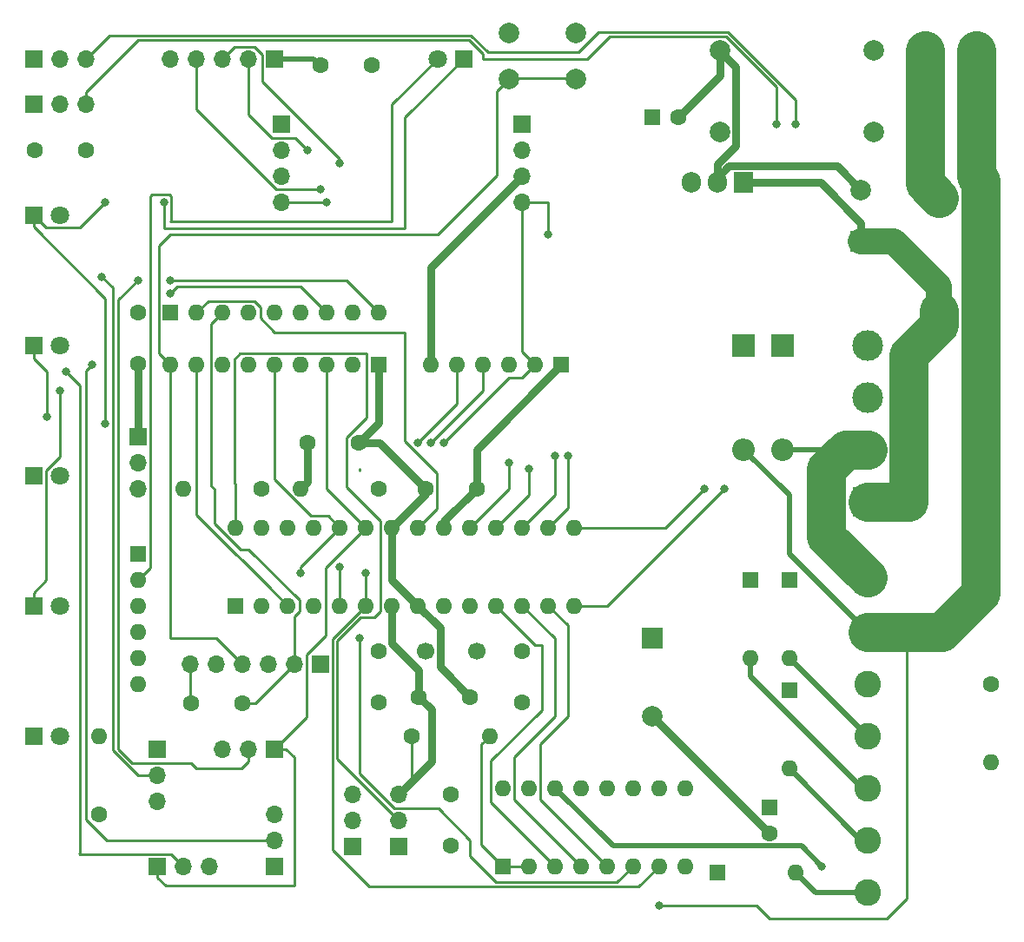
<source format=gbr>
G04 #@! TF.GenerationSoftware,KiCad,Pcbnew,(5.1.9)-1*
G04 #@! TF.CreationDate,2021-03-25T16:08:41-07:00*
G04 #@! TF.ProjectId,DSAMKVIB,4453414d-4b56-4494-922e-6b696361645f,rev?*
G04 #@! TF.SameCoordinates,Original*
G04 #@! TF.FileFunction,Copper,L2,Bot*
G04 #@! TF.FilePolarity,Positive*
%FSLAX46Y46*%
G04 Gerber Fmt 4.6, Leading zero omitted, Abs format (unit mm)*
G04 Created by KiCad (PCBNEW (5.1.9)-1) date 2021-03-25 16:08:41*
%MOMM*%
%LPD*%
G01*
G04 APERTURE LIST*
G04 #@! TA.AperFunction,ComponentPad*
%ADD10C,1.800000*%
G04 #@! TD*
G04 #@! TA.AperFunction,ComponentPad*
%ADD11R,1.800000X1.800000*%
G04 #@! TD*
G04 #@! TA.AperFunction,ComponentPad*
%ADD12R,1.700000X1.700000*%
G04 #@! TD*
G04 #@! TA.AperFunction,ComponentPad*
%ADD13O,1.700000X1.700000*%
G04 #@! TD*
G04 #@! TA.AperFunction,ComponentPad*
%ADD14O,1.600000X1.600000*%
G04 #@! TD*
G04 #@! TA.AperFunction,ComponentPad*
%ADD15C,1.600000*%
G04 #@! TD*
G04 #@! TA.AperFunction,ComponentPad*
%ADD16R,1.600000X1.600000*%
G04 #@! TD*
G04 #@! TA.AperFunction,ComponentPad*
%ADD17C,2.000000*%
G04 #@! TD*
G04 #@! TA.AperFunction,ComponentPad*
%ADD18R,2.000000X2.000000*%
G04 #@! TD*
G04 #@! TA.AperFunction,ComponentPad*
%ADD19C,2.600000*%
G04 #@! TD*
G04 #@! TA.AperFunction,ComponentPad*
%ADD20R,2.600000X2.600000*%
G04 #@! TD*
G04 #@! TA.AperFunction,ComponentPad*
%ADD21C,1.700000*%
G04 #@! TD*
G04 #@! TA.AperFunction,ComponentPad*
%ADD22R,2.200000X2.200000*%
G04 #@! TD*
G04 #@! TA.AperFunction,ComponentPad*
%ADD23O,2.200000X2.200000*%
G04 #@! TD*
G04 #@! TA.AperFunction,ComponentPad*
%ADD24R,1.905000X2.000000*%
G04 #@! TD*
G04 #@! TA.AperFunction,ComponentPad*
%ADD25O,1.905000X2.000000*%
G04 #@! TD*
G04 #@! TA.AperFunction,ComponentPad*
%ADD26C,3.000000*%
G04 #@! TD*
G04 #@! TA.AperFunction,ComponentPad*
%ADD27R,3.000000X3.000000*%
G04 #@! TD*
G04 #@! TA.AperFunction,ViaPad*
%ADD28C,0.800000*%
G04 #@! TD*
G04 #@! TA.AperFunction,Conductor*
%ADD29C,0.762000*%
G04 #@! TD*
G04 #@! TA.AperFunction,Conductor*
%ADD30C,3.810000*%
G04 #@! TD*
G04 #@! TA.AperFunction,Conductor*
%ADD31C,0.508000*%
G04 #@! TD*
G04 #@! TA.AperFunction,Conductor*
%ADD32C,2.540000*%
G04 #@! TD*
G04 #@! TA.AperFunction,Conductor*
%ADD33C,0.254000*%
G04 #@! TD*
G04 #@! TA.AperFunction,Conductor*
%ADD34C,0.250000*%
G04 #@! TD*
G04 APERTURE END LIST*
D10*
X102870000Y-84455000D03*
D11*
X100330000Y-84455000D03*
D12*
X110490000Y-93345000D03*
D13*
X110490000Y-95885000D03*
X110490000Y-98425000D03*
D14*
X144780000Y-122555000D03*
D15*
X137160000Y-122555000D03*
D13*
X147955000Y-70485000D03*
X147955000Y-67945000D03*
X147955000Y-65405000D03*
D12*
X147955000Y-62865000D03*
D13*
X124460000Y-70485000D03*
X124460000Y-67945000D03*
X124460000Y-65405000D03*
D12*
X124460000Y-62865000D03*
D16*
X110490000Y-104775000D03*
D14*
X110490000Y-107315000D03*
X110490000Y-109855000D03*
X110490000Y-112395000D03*
X110490000Y-114935000D03*
X110490000Y-117475000D03*
X193675000Y-125095000D03*
D15*
X193675000Y-117475000D03*
D14*
X113665000Y-86360000D03*
X116205000Y-86360000D03*
X118745000Y-86360000D03*
X121285000Y-86360000D03*
X123825000Y-86360000D03*
X126365000Y-86360000D03*
X128905000Y-86360000D03*
X131445000Y-86360000D03*
D16*
X133985000Y-86360000D03*
D15*
X132000000Y-93980000D03*
X127000000Y-93980000D03*
D17*
X160655000Y-120630000D03*
D18*
X160655000Y-113030000D03*
D16*
X120015000Y-109855000D03*
D14*
X153035000Y-102235000D03*
X122555000Y-109855000D03*
X150495000Y-102235000D03*
X125095000Y-109855000D03*
X147955000Y-102235000D03*
X127635000Y-109855000D03*
X145415000Y-102235000D03*
X130175000Y-109855000D03*
X142875000Y-102235000D03*
X132715000Y-109855000D03*
X140335000Y-102235000D03*
X135255000Y-109855000D03*
X137795000Y-102235000D03*
X137795000Y-109855000D03*
X135255000Y-102235000D03*
X140335000Y-109855000D03*
X132715000Y-102235000D03*
X142875000Y-109855000D03*
X130175000Y-102235000D03*
X145415000Y-109855000D03*
X127635000Y-102235000D03*
X147955000Y-109855000D03*
X125095000Y-102235000D03*
X150495000Y-109855000D03*
X122555000Y-102235000D03*
X153035000Y-109855000D03*
X120015000Y-102235000D03*
D19*
X181610000Y-137795000D03*
X181610000Y-132715000D03*
X181610000Y-127635000D03*
X181610000Y-122555000D03*
X181610000Y-117475000D03*
X181610000Y-112395000D03*
D20*
X181610000Y-107315000D03*
D14*
X126365000Y-98425000D03*
D15*
X133985000Y-98425000D03*
D14*
X139065000Y-86360000D03*
X141605000Y-86360000D03*
X144145000Y-86360000D03*
X146685000Y-86360000D03*
X149225000Y-86360000D03*
D16*
X151765000Y-86360000D03*
D14*
X133985000Y-81280000D03*
X131445000Y-81280000D03*
X128905000Y-81280000D03*
X126365000Y-81280000D03*
X123825000Y-81280000D03*
X121285000Y-81280000D03*
X118745000Y-81280000D03*
X116205000Y-81280000D03*
D16*
X113665000Y-81280000D03*
D14*
X170180000Y-114935000D03*
D16*
X170180000Y-107315000D03*
D14*
X173990000Y-114935000D03*
D16*
X173990000Y-107315000D03*
D15*
X115650000Y-119380000D03*
X120650000Y-119380000D03*
X133270000Y-57150000D03*
X128270000Y-57150000D03*
D13*
X123825000Y-130175000D03*
X123825000Y-132715000D03*
D12*
X123825000Y-135255000D03*
D13*
X117475000Y-135255000D03*
X114935000Y-135255000D03*
D12*
X112395000Y-135255000D03*
D13*
X112395000Y-128905000D03*
X112395000Y-126365000D03*
D12*
X112395000Y-123825000D03*
D13*
X118745000Y-123825000D03*
X121285000Y-123825000D03*
D12*
X123825000Y-123825000D03*
D13*
X135890000Y-128270000D03*
X135890000Y-130810000D03*
D12*
X135890000Y-133350000D03*
D13*
X131445000Y-128270000D03*
X131445000Y-130810000D03*
D12*
X131445000Y-133350000D03*
D13*
X105410000Y-60960000D03*
X102870000Y-60960000D03*
D12*
X100330000Y-60960000D03*
D13*
X105410000Y-56515000D03*
X102870000Y-56515000D03*
D12*
X100330000Y-56515000D03*
D21*
X143510000Y-114300000D03*
X138510000Y-114300000D03*
D16*
X146050000Y-135255000D03*
D14*
X163830000Y-127635000D03*
X148590000Y-135255000D03*
X161290000Y-127635000D03*
X151130000Y-135255000D03*
X158750000Y-127635000D03*
X153670000Y-135255000D03*
X156210000Y-127635000D03*
X156210000Y-135255000D03*
X153670000Y-127635000D03*
X158750000Y-135255000D03*
X151130000Y-127635000D03*
X161290000Y-135255000D03*
X148590000Y-127635000D03*
X163830000Y-135255000D03*
X146050000Y-127635000D03*
D16*
X172085000Y-129540000D03*
D15*
X172085000Y-132040000D03*
D17*
X153185000Y-53975000D03*
X153185000Y-58475000D03*
X146685000Y-53975000D03*
X146685000Y-58475000D03*
D15*
X147955000Y-119300000D03*
X147955000Y-114300000D03*
X133985000Y-114300000D03*
X133985000Y-119300000D03*
D18*
X180975000Y-74295000D03*
D17*
X180975000Y-69295000D03*
D15*
X163155000Y-62230000D03*
D16*
X160655000Y-62230000D03*
D15*
X143510000Y-98425000D03*
X138510000Y-98425000D03*
X137875000Y-118745000D03*
X142875000Y-118745000D03*
D11*
X100330000Y-71755000D03*
D10*
X102870000Y-71755000D03*
X102870000Y-97155000D03*
D11*
X100330000Y-97155000D03*
X100330000Y-109855000D03*
D10*
X102870000Y-109855000D03*
D11*
X100330000Y-122555000D03*
D10*
X102870000Y-122555000D03*
D22*
X169545000Y-84455000D03*
D23*
X169545000Y-94615000D03*
X173355000Y-94615000D03*
D22*
X173355000Y-84455000D03*
D14*
X174625000Y-135890000D03*
D16*
X167005000Y-135890000D03*
X173990000Y-118110000D03*
D14*
X173990000Y-125730000D03*
D12*
X123825000Y-56515000D03*
D13*
X121285000Y-56515000D03*
X118745000Y-56515000D03*
X116205000Y-56515000D03*
X113665000Y-56515000D03*
D17*
X167205000Y-55690000D03*
X167205000Y-63690000D03*
X182205000Y-55690000D03*
X182205000Y-63690000D03*
X187205000Y-55690000D03*
X187205000Y-63690000D03*
X192205000Y-55690000D03*
X192205000Y-63690000D03*
D15*
X122555000Y-98425000D03*
D14*
X114935000Y-98425000D03*
X106680000Y-122555000D03*
D15*
X106680000Y-130175000D03*
D24*
X169545000Y-68580000D03*
D25*
X167005000Y-68580000D03*
X164465000Y-68580000D03*
D15*
X110490000Y-81280000D03*
X110490000Y-86280000D03*
X105410000Y-65405000D03*
X100410000Y-65405000D03*
X140970000Y-133270000D03*
X140970000Y-128270000D03*
D12*
X128270000Y-115570000D03*
D13*
X125730000Y-115570000D03*
X123190000Y-115570000D03*
X120650000Y-115570000D03*
X118110000Y-115570000D03*
X115570000Y-115570000D03*
D26*
X181610000Y-94615000D03*
X181610000Y-89535000D03*
D27*
X181610000Y-99695000D03*
D26*
X181610000Y-84455000D03*
D11*
X142240000Y-56515000D03*
D10*
X139700000Y-56515000D03*
D17*
X188595000Y-70065000D03*
X188595000Y-81065000D03*
D28*
X101600000Y-91440000D03*
X148590000Y-96520000D03*
X151130000Y-95250000D03*
X102870000Y-88900000D03*
X102870000Y-88900000D03*
X152400000Y-95250000D03*
X161290000Y-139065000D03*
X128270000Y-69215000D03*
X127000000Y-65405000D03*
X126365000Y-106680000D03*
X177165000Y-135255000D03*
X174625000Y-62865000D03*
X167640000Y-98425000D03*
X172720000Y-62865000D03*
X165735000Y-98425000D03*
X130175000Y-106045000D03*
X132080000Y-113030000D03*
X132715000Y-106680000D03*
X107315000Y-92075000D03*
X146685000Y-95885000D03*
X107315000Y-70485000D03*
X113030000Y-70485000D03*
X113665000Y-78105000D03*
X110490000Y-78105000D03*
X112395000Y-126365000D03*
X106997500Y-77787500D03*
X113665000Y-79375000D03*
X103505000Y-86995000D03*
X106045000Y-86360000D03*
X130175000Y-66675000D03*
X137795000Y-93980000D03*
X139065000Y-93980000D03*
X128905000Y-70485000D03*
X150495000Y-73660000D03*
X140335000Y-93980000D03*
D29*
X168127699Y-66998999D02*
X167005000Y-68121698D01*
X167005000Y-68121698D02*
X167005000Y-68580000D01*
X178678999Y-66998999D02*
X168127699Y-66998999D01*
X180975000Y-69295000D02*
X178678999Y-66998999D01*
X168204999Y-56689999D02*
X167205000Y-55690000D01*
X168786001Y-65036999D02*
X168786001Y-57271001D01*
X167005000Y-66818000D02*
X168786001Y-65036999D01*
X168786001Y-57271001D02*
X168204999Y-56689999D01*
X167005000Y-68580000D02*
X167005000Y-66818000D01*
X167205000Y-58180000D02*
X163155000Y-62230000D01*
X167205000Y-55690000D02*
X167205000Y-58180000D01*
D30*
X177599990Y-103074990D02*
X181610000Y-107085000D01*
X179488680Y-94615000D02*
X177599990Y-96503690D01*
X177599990Y-96503690D02*
X177599990Y-103074990D01*
X181610000Y-94615000D02*
X179488680Y-94615000D01*
D31*
X181610000Y-94615000D02*
X173355000Y-94615000D01*
D29*
X172065000Y-132040000D02*
X172085000Y-132040000D01*
X160655000Y-120630000D02*
X172065000Y-132040000D01*
X135255000Y-107315000D02*
X137795000Y-109855000D01*
X135255000Y-102235000D02*
X135255000Y-107315000D01*
X139941001Y-115811001D02*
X142875000Y-118745000D01*
X139941001Y-112001001D02*
X139941001Y-115811001D01*
X137795000Y-109855000D02*
X139941001Y-112001001D01*
X138510000Y-98980000D02*
X135255000Y-102235000D01*
X138510000Y-98425000D02*
X138510000Y-98980000D01*
X134065000Y-93980000D02*
X138510000Y-98425000D01*
X132000000Y-93980000D02*
X134065000Y-93980000D01*
X133985000Y-91995000D02*
X132000000Y-93980000D01*
X133985000Y-86360000D02*
X133985000Y-91995000D01*
X139065000Y-76835000D02*
X147955000Y-67945000D01*
X139065000Y-86360000D02*
X139065000Y-76835000D01*
X110490000Y-86280000D02*
X110490000Y-93345000D01*
D30*
X181610000Y-99695000D02*
X185650000Y-99695000D01*
D29*
X180975000Y-72533000D02*
X180975000Y-74295000D01*
X177022000Y-68580000D02*
X180975000Y-72533000D01*
X169545000Y-68580000D02*
X177022000Y-68580000D01*
D32*
X180975000Y-74295000D02*
X184150000Y-74295000D01*
D30*
X188595000Y-82479213D02*
X185650000Y-85424213D01*
X185650000Y-85424213D02*
X185650000Y-99695000D01*
X188595000Y-81065000D02*
X188595000Y-82479213D01*
D32*
X188595000Y-78740000D02*
X184150000Y-74295000D01*
X188595000Y-81065000D02*
X188595000Y-78740000D01*
D31*
X127635000Y-56515000D02*
X128270000Y-57150000D01*
X123825000Y-56515000D02*
X127635000Y-56515000D01*
D29*
X137875000Y-116146118D02*
X137875000Y-118745000D01*
X135255000Y-113526118D02*
X137875000Y-116146118D01*
X135255000Y-109855000D02*
X135255000Y-113526118D01*
X140335000Y-101600000D02*
X143510000Y-98425000D01*
X140335000Y-102235000D02*
X140335000Y-101600000D01*
X143510000Y-94615000D02*
X151765000Y-86360000D01*
X143510000Y-98425000D02*
X143510000Y-94615000D01*
X139096001Y-125063999D02*
X135890000Y-128270000D01*
X139096001Y-119966001D02*
X139096001Y-125063999D01*
X137875000Y-118745000D02*
X139096001Y-119966001D01*
D33*
X137160000Y-127000000D02*
X135890000Y-128270000D01*
X137160000Y-122555000D02*
X137160000Y-127000000D01*
D29*
X127000000Y-97790000D02*
X126365000Y-98425000D01*
X127000000Y-93980000D02*
X127000000Y-97790000D01*
D34*
X101600000Y-91440000D02*
X101600000Y-86995000D01*
X101600000Y-86995000D02*
X100330000Y-85725000D01*
X100330000Y-85725000D02*
X100330000Y-84455000D01*
D33*
X148590000Y-99060000D02*
X145415000Y-102235000D01*
X148590000Y-96520000D02*
X148590000Y-99060000D01*
X151130000Y-99060000D02*
X147955000Y-102235000D01*
X151130000Y-95250000D02*
X151130000Y-99060000D01*
X101557001Y-96652037D02*
X101557001Y-107357999D01*
X102870000Y-95339038D02*
X101557001Y-96652037D01*
X101557001Y-107357999D02*
X100330000Y-108585000D01*
X100330000Y-108585000D02*
X100330000Y-109855000D01*
X102870000Y-95339038D02*
X102870000Y-92075000D01*
X102870000Y-92075000D02*
X102870000Y-88900000D01*
X102870000Y-88900000D02*
X102870000Y-88900000D01*
X102870000Y-88900000D02*
X102870000Y-88900000D01*
X150495000Y-102235000D02*
X152400000Y-100330000D01*
X152400000Y-100330000D02*
X152400000Y-95250000D01*
X152400000Y-95250000D02*
X152400000Y-95250000D01*
D30*
X192205000Y-55690000D02*
X192205000Y-63690000D01*
X192605009Y-68403999D02*
X192605009Y-108601311D01*
X192205000Y-68003990D02*
X192605009Y-68403999D01*
X192205000Y-63690000D02*
X192205000Y-68003990D01*
X192605009Y-108601311D02*
X188811320Y-112395000D01*
D33*
X180501002Y-140335000D02*
X183515000Y-140335000D01*
X183515000Y-140335000D02*
X185420000Y-138430000D01*
X185420000Y-138430000D02*
X185420000Y-112395000D01*
D30*
X185420000Y-112395000D02*
X181610000Y-112395000D01*
X188811320Y-112395000D02*
X185420000Y-112395000D01*
D31*
X181610000Y-112395000D02*
X173990000Y-104775000D01*
X173990000Y-99060000D02*
X169545000Y-94615000D01*
X173990000Y-104775000D02*
X173990000Y-99060000D01*
D33*
X180501002Y-140335000D02*
X172085000Y-140335000D01*
X172085000Y-140335000D02*
X170815000Y-139065000D01*
X170815000Y-139065000D02*
X161290000Y-139065000D01*
X161290000Y-139065000D02*
X161290000Y-139065000D01*
D31*
X176530000Y-137795000D02*
X174625000Y-135890000D01*
X181610000Y-137795000D02*
X176530000Y-137795000D01*
X180975000Y-132715000D02*
X181610000Y-132715000D01*
X173990000Y-125730000D02*
X180975000Y-132715000D01*
D30*
X187205000Y-55690000D02*
X187205000Y-63690000D01*
X187205000Y-68675000D02*
X188595000Y-70065000D01*
X187205000Y-63690000D02*
X187205000Y-68675000D01*
D33*
X124929000Y-123825000D02*
X123825000Y-123825000D01*
X112395000Y-135255000D02*
X112395000Y-136359000D01*
X125730000Y-124626000D02*
X124929000Y-123825000D01*
X112395000Y-136359000D02*
X113196000Y-137160000D01*
X113196000Y-137160000D02*
X125730000Y-137160000D01*
X125730000Y-137160000D02*
X125730000Y-124626000D01*
X126907001Y-120742999D02*
X123825000Y-123825000D01*
X126907001Y-114644397D02*
X126907001Y-120742999D01*
X128762001Y-106187999D02*
X128762001Y-112789397D01*
X128762001Y-112789397D02*
X126907001Y-114644397D01*
X132715000Y-102235000D02*
X128762001Y-106187999D01*
X128905000Y-98425000D02*
X132715000Y-102235000D01*
X128905000Y-86360000D02*
X128905000Y-98425000D01*
X116205000Y-61431962D02*
X123988038Y-69215000D01*
X116205000Y-56515000D02*
X116205000Y-61431962D01*
X123988038Y-69215000D02*
X128270000Y-69215000D01*
X128270000Y-69215000D02*
X128270000Y-69215000D01*
X123534397Y-64227999D02*
X125822999Y-64227999D01*
X121285000Y-61978602D02*
X123534397Y-64227999D01*
X121285000Y-56515000D02*
X121285000Y-61978602D01*
X125822999Y-64227999D02*
X127000000Y-65405000D01*
X127000000Y-65405000D02*
X127000000Y-65405000D01*
X129047999Y-101107999D02*
X130175000Y-102235000D01*
X127380037Y-101107999D02*
X129047999Y-101107999D01*
X123825000Y-97552962D02*
X127380037Y-101107999D01*
X123825000Y-86360000D02*
X123825000Y-97552962D01*
X130175000Y-102235000D02*
X126365000Y-106045000D01*
X126365000Y-106045000D02*
X126365000Y-106680000D01*
X126365000Y-106680000D02*
X126365000Y-106680000D01*
D34*
X153035000Y-58420000D02*
X146535000Y-58420000D01*
D33*
X146685000Y-58475000D02*
X146630000Y-58475000D01*
X145470000Y-59690000D02*
X146685000Y-58475000D01*
X139700000Y-73660000D02*
X145470000Y-67890000D01*
X145470000Y-67890000D02*
X145470000Y-59690000D01*
X113665000Y-73660000D02*
X139700000Y-73660000D01*
X112537999Y-74787001D02*
X113665000Y-73660000D01*
X112537999Y-85232999D02*
X112537999Y-74787001D01*
X113665000Y-86360000D02*
X112537999Y-85232999D01*
X113665000Y-86360000D02*
X113665000Y-113030000D01*
X118110000Y-113030000D02*
X120650000Y-115570000D01*
X113665000Y-113030000D02*
X118110000Y-113030000D01*
D31*
X156789001Y-133294001D02*
X151130000Y-127635000D01*
X175204001Y-133294001D02*
X156789001Y-133294001D01*
X177165000Y-135255000D02*
X175204001Y-133294001D01*
D33*
X149717001Y-128762001D02*
X149717001Y-123332999D01*
X156210000Y-135255000D02*
X149717001Y-128762001D01*
X149717001Y-123332999D02*
X152400000Y-120650000D01*
X152400000Y-111760000D02*
X150495000Y-109855000D01*
X152400000Y-120650000D02*
X152400000Y-111760000D01*
X147177001Y-128762001D02*
X147177001Y-124602999D01*
X153670000Y-135255000D02*
X147177001Y-128762001D01*
X147177001Y-124602999D02*
X151130000Y-120650000D01*
X151130000Y-113030000D02*
X147955000Y-109855000D01*
X151130000Y-120650000D02*
X151130000Y-113030000D01*
X149225000Y-113665000D02*
X145415000Y-109855000D01*
X149860000Y-113665000D02*
X149225000Y-113665000D01*
X144922999Y-124952001D02*
X149860000Y-120015000D01*
X149860000Y-120015000D02*
X149860000Y-113665000D01*
X144922999Y-129047999D02*
X144922999Y-124952001D01*
X151130000Y-135255000D02*
X144922999Y-129047999D01*
X116205000Y-86360000D02*
X116205000Y-100965000D01*
X116205000Y-100965000D02*
X117475000Y-102235000D01*
X123190000Y-107950000D02*
X125095000Y-109855000D01*
X123190000Y-107950000D02*
X120650000Y-105410000D01*
X120650000Y-105410000D02*
X120015000Y-104775000D01*
X120015000Y-104775000D02*
X117475000Y-102235000D01*
D34*
X106259999Y-55665001D02*
X105410000Y-56515000D01*
X107697091Y-54227909D02*
X106259999Y-55665001D01*
X142974321Y-54227909D02*
X107697091Y-54227909D01*
X153437793Y-55848597D02*
X144595009Y-55848597D01*
X144595009Y-55848597D02*
X142974321Y-54227909D01*
X168027401Y-53914989D02*
X155371401Y-53914989D01*
X174625000Y-60512588D02*
X168027401Y-53914989D01*
X174625000Y-62865000D02*
X174625000Y-60512588D01*
X155371401Y-53914989D02*
X153437793Y-55848597D01*
D33*
X156210000Y-109855000D02*
X153035000Y-109855000D01*
X167640000Y-98425000D02*
X156210000Y-109855000D01*
D34*
X105410000Y-59757919D02*
X110490000Y-54677919D01*
X105410000Y-60960000D02*
X105410000Y-59757919D01*
X167841001Y-54364999D02*
X162805001Y-54364999D01*
X172720000Y-62865000D02*
X172720000Y-59243998D01*
X172720000Y-59243998D02*
X167841001Y-54364999D01*
X153035000Y-56515000D02*
X144145000Y-56515000D01*
X142787921Y-54677919D02*
X110490000Y-54677919D01*
X144145000Y-56034998D02*
X142787921Y-54677919D01*
X144145000Y-56515000D02*
X144145000Y-56034998D01*
D33*
X153053007Y-102253007D02*
X153035000Y-102235000D01*
X161906993Y-102253007D02*
X153053007Y-102253007D01*
X165735000Y-98425000D02*
X161906993Y-102253007D01*
X153035000Y-56515000D02*
X154305000Y-56515000D01*
X156453001Y-54366999D02*
X162805001Y-54366999D01*
X154305000Y-56515000D02*
X156453001Y-54366999D01*
X142875000Y-134268602D02*
X145415000Y-136808602D01*
X142875000Y-132715000D02*
X142875000Y-134268602D01*
X135511037Y-129632999D02*
X139792999Y-129632999D01*
X132080000Y-113030000D02*
X132080000Y-113030000D01*
X157196398Y-136808602D02*
X158750000Y-135255000D01*
X145415000Y-136808602D02*
X157196398Y-136808602D01*
X139792999Y-129632999D02*
X142875000Y-132715000D01*
X132080000Y-126201962D02*
X135511037Y-129632999D01*
X130175000Y-109855000D02*
X130175000Y-106045000D01*
X130175000Y-106045000D02*
X130175000Y-106045000D01*
X132080000Y-113030000D02*
X132080000Y-126201962D01*
X159282388Y-137262612D02*
X161290000Y-135255000D01*
X129447001Y-133640603D02*
X133069010Y-137262612D01*
X129447001Y-113122999D02*
X129447001Y-133640603D01*
X133069010Y-137262612D02*
X159282388Y-137262612D01*
X132715000Y-109855000D02*
X129447001Y-113122999D01*
X132715000Y-109855000D02*
X132715000Y-106680000D01*
X132715000Y-106680000D02*
X132715000Y-106680000D01*
X135255000Y-60960000D02*
X139700000Y-56515000D01*
X113665000Y-72390000D02*
X135255000Y-72390000D01*
X111852001Y-69757999D02*
X113572999Y-69757999D01*
X111667001Y-69942999D02*
X111852001Y-69757999D01*
X113572999Y-69757999D02*
X113757001Y-69942001D01*
X111667001Y-106137999D02*
X111667001Y-69942999D01*
X135255000Y-72390000D02*
X135255000Y-60960000D01*
X110490000Y-107315000D02*
X111667001Y-106137999D01*
X113757001Y-72297999D02*
X113665000Y-72390000D01*
X113757001Y-69942001D02*
X113757001Y-72297999D01*
D34*
X100330000Y-72905000D02*
X107315000Y-79890000D01*
X100330000Y-71755000D02*
X100330000Y-72905000D01*
X107315000Y-79890000D02*
X107315000Y-91984999D01*
D33*
X101557001Y-72982001D02*
X104817999Y-72982001D01*
X100330000Y-71755000D02*
X101557001Y-72982001D01*
X104817999Y-72982001D02*
X107315000Y-70485000D01*
X107315000Y-70485000D02*
X107315000Y-70485000D01*
X113030000Y-70485000D02*
X113030000Y-70485000D01*
X142240000Y-56515000D02*
X136525000Y-62230000D01*
X136525000Y-62230000D02*
X136525000Y-73025000D01*
X136525000Y-73025000D02*
X113030000Y-73025000D01*
X113030000Y-73025000D02*
X113030000Y-70485000D01*
X146685000Y-98425000D02*
X142875000Y-102235000D01*
X146685000Y-95885000D02*
X146685000Y-98425000D01*
X121285000Y-125027081D02*
X120582081Y-125730000D01*
X121285000Y-123825000D02*
X121285000Y-125027081D01*
X120582081Y-125730000D02*
X116205000Y-125730000D01*
X115662999Y-125187999D02*
X109947999Y-125187999D01*
X116205000Y-125730000D02*
X115662999Y-125187999D01*
X109947999Y-125187999D02*
X108585000Y-123825000D01*
X133985000Y-81280000D02*
X130810000Y-78105000D01*
X130810000Y-78105000D02*
X113665000Y-78105000D01*
X113665000Y-78105000D02*
X113665000Y-78105000D01*
X108585000Y-123825000D02*
X108585000Y-80010000D01*
X108585000Y-80010000D02*
X110490000Y-78105000D01*
X110490000Y-78105000D02*
X110490000Y-78105000D01*
X111192919Y-126365000D02*
X112395000Y-126365000D01*
X110482933Y-126365000D02*
X111192919Y-126365000D01*
X108042001Y-123924068D02*
X110482933Y-126365000D01*
X128905000Y-81280000D02*
X126365000Y-78740000D01*
X108042001Y-123924068D02*
X108042001Y-78832001D01*
X108042001Y-78832001D02*
X106997500Y-77787500D01*
X114300000Y-78740000D02*
X113665000Y-79375000D01*
X126365000Y-78740000D02*
X114300000Y-78740000D01*
X113757999Y-134077999D02*
X114935000Y-135255000D01*
X104867999Y-134077999D02*
X113757999Y-134077999D01*
X104775000Y-133985000D02*
X104867999Y-134077999D01*
X104867999Y-88357999D02*
X103505000Y-86995000D01*
X104867999Y-134077999D02*
X104867999Y-88357999D01*
X123825000Y-132715000D02*
X107466398Y-132715000D01*
X107466398Y-132715000D02*
X105452999Y-130701601D01*
X105452999Y-130701601D02*
X105452999Y-86952001D01*
X105452999Y-86952001D02*
X106045000Y-86360000D01*
X106045000Y-86360000D02*
X106045000Y-86360000D01*
X115570000Y-119300000D02*
X115650000Y-119380000D01*
X115570000Y-115570000D02*
X115570000Y-119300000D01*
X121920000Y-119380000D02*
X120650000Y-119380000D01*
X125730000Y-115570000D02*
X121920000Y-119380000D01*
X126222001Y-109314039D02*
X126222001Y-110395961D01*
X121285000Y-104377038D02*
X126222001Y-109314039D01*
X117617999Y-82407001D02*
X117617999Y-98170037D01*
X118745000Y-81280000D02*
X117617999Y-82407001D01*
X120489076Y-104377038D02*
X121285000Y-104377038D01*
X117929009Y-101816971D02*
X120489076Y-104377038D01*
X117929009Y-98481047D02*
X117929009Y-101816971D01*
X117617999Y-98170037D02*
X117929009Y-98481047D01*
X125730000Y-110887962D02*
X126222001Y-110395961D01*
X125730000Y-115570000D02*
X125730000Y-110887962D01*
D31*
X173990000Y-114935000D02*
X181610000Y-122555000D01*
X170180000Y-116717202D02*
X181097798Y-127635000D01*
X181097798Y-127635000D02*
X181610000Y-127635000D01*
X170180000Y-114935000D02*
X170180000Y-116717202D01*
D33*
X122647999Y-56136037D02*
X122647999Y-58764397D01*
X121849961Y-55337999D02*
X122647999Y-56136037D01*
X119922001Y-55337999D02*
X121849961Y-55337999D01*
X122647999Y-58764397D02*
X130175000Y-66291398D01*
X118745000Y-56515000D02*
X119922001Y-55337999D01*
X130175000Y-66291398D02*
X130175000Y-66675000D01*
X130175000Y-66675000D02*
X130175000Y-66675000D01*
X137795000Y-93980000D02*
X141605000Y-90170000D01*
X141605000Y-90170000D02*
X141605000Y-86360000D01*
X135890000Y-130810000D02*
X129901011Y-124821011D01*
X129901011Y-113311055D02*
X132230065Y-110982001D01*
X129901011Y-124821011D02*
X129901011Y-113311055D01*
X132230065Y-110982001D02*
X133541959Y-110982001D01*
X133541959Y-110982001D02*
X134127999Y-110395961D01*
X132792599Y-85232999D02*
X120458041Y-85232999D01*
X134127999Y-110395961D02*
X134127999Y-101554275D01*
X134127999Y-101554275D02*
X130872999Y-98299275D01*
X130872999Y-98299275D02*
X130872999Y-93439039D01*
X132792599Y-91519439D02*
X132792599Y-85232999D01*
X130872999Y-93439039D02*
X132792599Y-91519439D01*
X120458041Y-85232999D02*
X119872001Y-85819039D01*
X119872001Y-85819039D02*
X119872001Y-97884039D01*
X120015000Y-98027038D02*
X119872001Y-97884039D01*
X120015000Y-102235000D02*
X120015000Y-98027038D01*
X136525000Y-88265000D02*
X136525000Y-88265000D01*
X121825961Y-80152999D02*
X117332001Y-80152999D01*
X122412001Y-80739039D02*
X121825961Y-80152999D01*
X123825000Y-83185000D02*
X122412001Y-81772001D01*
X136525000Y-83185000D02*
X123825000Y-83185000D01*
X136525000Y-93785962D02*
X136525000Y-83185000D01*
X122412001Y-81772001D02*
X122412001Y-80739039D01*
X139637001Y-96897963D02*
X136525000Y-93785962D01*
X139637001Y-100392999D02*
X139637001Y-96897963D01*
X117332001Y-80152999D02*
X116205000Y-81280000D01*
X137795000Y-102235000D02*
X139637001Y-100392999D01*
X132080000Y-96658630D02*
X132080000Y-96520000D01*
X139065000Y-93980000D02*
X144145000Y-88900000D01*
X144145000Y-88900000D02*
X144145000Y-86360000D01*
X124460000Y-70485000D02*
X128905000Y-70485000D01*
X140335000Y-93980000D02*
X146685000Y-87630000D01*
X147955000Y-87630000D02*
X146685000Y-87630000D01*
X149225000Y-86360000D02*
X147955000Y-87630000D01*
X147955000Y-85090000D02*
X149225000Y-86360000D01*
X147955000Y-70485000D02*
X147955000Y-85090000D01*
D34*
X147955000Y-70485000D02*
X150495000Y-70485000D01*
X150495000Y-70485000D02*
X150495000Y-72934999D01*
X150495000Y-72934999D02*
X150495000Y-73660000D01*
D33*
X143980001Y-133185001D02*
X146050000Y-135255000D01*
X143980001Y-123354999D02*
X143980001Y-133185001D01*
X144780000Y-122555000D02*
X143980001Y-123354999D01*
X148590000Y-135255000D02*
X146050000Y-135255000D01*
M02*

</source>
